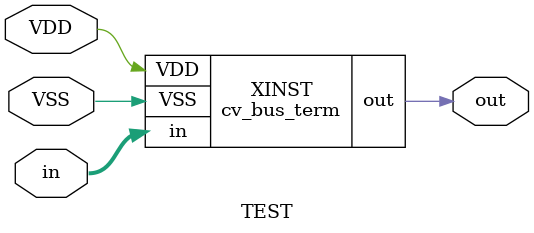
<source format=sv>
`timescale 1ps/1ps 


module pmos4_standard(
    inout  wire B,
    inout  wire D,
    inout  wire G,
    inout  wire S
);

endmodule


module cv_bus_term(
    input  wire VDD,
    input  wire VSS,
    input  wire [1:0] in,
    output wire out
);

pmos4_standard X4 (
    .B( VDD ),
    .D( out ),
    .G( in[1] ),
    .S( VSS )
);

pmos4_standard XP (
    .B( VDD ),
    .D( out ),
    .G( in[0] ),
    .S( VSS )
);

endmodule


module TEST(
    input  wire VDD,
    input  wire VSS,
    input  wire [1:0] in,
    output wire out
);

cv_bus_term XINST (
    .VDD( VDD ),
    .VSS( VSS ),
    .in( in[1:0] ),
    .out( out )
);

endmodule

</source>
